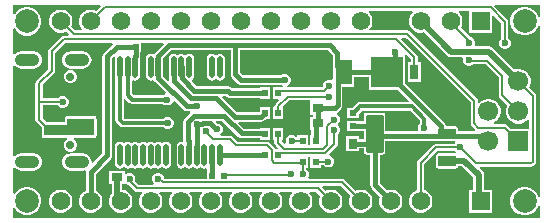
<source format=gbr>
%TF.GenerationSoftware,Altium Limited,Altium Designer,21.4.1 (30)*%
G04 Layer_Physical_Order=2*
G04 Layer_Color=16711680*
%FSLAX45Y45*%
%MOMM*%
%TF.SameCoordinates,CCA80653-F6CA-46C6-945C-E97865854BA3*%
%TF.FilePolarity,Positive*%
%TF.FileFunction,Copper,L2,Bot,Signal*%
%TF.Part,Single*%
G01*
G75*
%TA.AperFunction,SMDPad,CuDef*%
%ADD20R,0.50000X0.60000*%
%TA.AperFunction,Conductor*%
%ADD21C,0.20000*%
%ADD22C,0.40000*%
%ADD23C,0.30000*%
%TA.AperFunction,ComponentPad*%
%ADD24C,0.70000*%
%ADD25O,2.10000X1.05000*%
%ADD26C,2.00000*%
%ADD27R,1.57000X1.57000*%
%ADD28C,1.57000*%
%ADD29C,1.70000*%
%ADD30R,1.70000X1.70000*%
%TA.AperFunction,ViaPad*%
%ADD31C,0.60000*%
%TA.AperFunction,SMDPad,CuDef*%
%ADD32R,0.90000X0.70000*%
%ADD33R,1.42000X2.13000*%
%ADD34R,0.76200X1.27000*%
%ADD35R,2.67000X2.54000*%
%ADD36R,0.50000X0.50000*%
%ADD37R,2.13000X1.42000*%
%ADD38R,0.50000X0.50000*%
%ADD39O,0.45000X1.85000*%
%ADD40R,0.60000X0.50000*%
%ADD41R,0.70000X0.90000*%
G04:AMPARAMS|DCode=42|XSize=3.15mm|YSize=1.45mm|CornerRadius=0.05075mm|HoleSize=0mm|Usage=FLASHONLY|Rotation=90.000|XOffset=0mm|YOffset=0mm|HoleType=Round|Shape=RoundedRectangle|*
%AMROUNDEDRECTD42*
21,1,3.15000,1.34850,0,0,90.0*
21,1,3.04850,1.45000,0,0,90.0*
1,1,0.10150,0.67425,1.52425*
1,1,0.10150,0.67425,-1.52425*
1,1,0.10150,-0.67425,-1.52425*
1,1,0.10150,-0.67425,1.52425*
%
%ADD42ROUNDEDRECTD42*%
G04:AMPARAMS|DCode=43|XSize=0.9mm|YSize=1.45mm|CornerRadius=0.0495mm|HoleSize=0mm|Usage=FLASHONLY|Rotation=90.000|XOffset=0mm|YOffset=0mm|HoleType=Round|Shape=RoundedRectangle|*
%AMROUNDEDRECTD43*
21,1,0.90000,1.35100,0,0,90.0*
21,1,0.80100,1.45000,0,0,90.0*
1,1,0.09900,0.67550,0.40050*
1,1,0.09900,0.67550,-0.40050*
1,1,0.09900,-0.67550,-0.40050*
1,1,0.09900,-0.67550,0.40050*
%
%ADD43ROUNDEDRECTD43*%
%TA.AperFunction,Conductor*%
%ADD44C,0.50000*%
G36*
X4054801Y1562741D02*
X4042101Y1561069D01*
X4039622Y1570318D01*
X4023824Y1597682D01*
X4001482Y1620024D01*
X3974119Y1635822D01*
X3943598Y1644000D01*
X3912002D01*
X3881482Y1635822D01*
X3854118Y1620024D01*
X3831776Y1597682D01*
X3815978Y1570318D01*
X3807800Y1539798D01*
Y1508202D01*
X3815978Y1477682D01*
X3831776Y1450318D01*
X3854118Y1427976D01*
X3881482Y1412178D01*
X3912002Y1404000D01*
X3943598D01*
X3974119Y1412178D01*
X4001482Y1427976D01*
X4023824Y1450318D01*
X4039622Y1477682D01*
X4042101Y1486931D01*
X4054801Y1485259D01*
Y38741D01*
X4042101Y37069D01*
X4039622Y46318D01*
X4023824Y73682D01*
X4001482Y96024D01*
X3974119Y111822D01*
X3943598Y120000D01*
X3912002D01*
X3881482Y111822D01*
X3854118Y96024D01*
X3831776Y73682D01*
X3815978Y46318D01*
X3807800Y15798D01*
Y-15798D01*
X3815978Y-46318D01*
X3831776Y-73682D01*
X3854118Y-96024D01*
X3881482Y-111822D01*
X3912002Y-120000D01*
X3943598D01*
X3974119Y-111822D01*
X4001482Y-96024D01*
X4023824Y-73682D01*
X4039622Y-46318D01*
X4042101Y-37069D01*
X4054801Y-38741D01*
Y-139702D01*
X-402899D01*
Y-60927D01*
X-390199Y-57524D01*
X-382023Y-71685D01*
X-359681Y-94027D01*
X-332317Y-109826D01*
X-301797Y-118004D01*
X-270201D01*
X-239680Y-109826D01*
X-212317Y-94027D01*
X-189975Y-71685D01*
X-174177Y-44322D01*
X-165999Y-13802D01*
Y17795D01*
X-174177Y48315D01*
X-189975Y75678D01*
X-212317Y98020D01*
X-239680Y113819D01*
X-270201Y121996D01*
X-301797D01*
X-332317Y113819D01*
X-359681Y98020D01*
X-382023Y75678D01*
X-390199Y61517D01*
X-402899Y64920D01*
Y280167D01*
X-390199Y284478D01*
X-386971Y280270D01*
X-371826Y268649D01*
X-354189Y261344D01*
X-335263Y258852D01*
X-230263D01*
X-211337Y261344D01*
X-193700Y268649D01*
X-178555Y280270D01*
X-166934Y295415D01*
X-159629Y313052D01*
X-157137Y331978D01*
X-159629Y350904D01*
X-166934Y368541D01*
X-178555Y383686D01*
X-193700Y395307D01*
X-211337Y402612D01*
X-230263Y405104D01*
X-335263D01*
X-354189Y402612D01*
X-371826Y395307D01*
X-386971Y383686D01*
X-390199Y379478D01*
X-402899Y383789D01*
Y1144168D01*
X-390199Y1148479D01*
X-386971Y1144272D01*
X-371826Y1132651D01*
X-354189Y1125345D01*
X-335263Y1122854D01*
X-230263D01*
X-211337Y1125345D01*
X-193700Y1132651D01*
X-178555Y1144272D01*
X-166934Y1159417D01*
X-159629Y1177053D01*
X-157137Y1195979D01*
X-159629Y1214906D01*
X-166934Y1232542D01*
X-178555Y1247687D01*
X-193700Y1259308D01*
X-211337Y1266613D01*
X-230263Y1269105D01*
X-335263D01*
X-354189Y1266613D01*
X-371826Y1259308D01*
X-386971Y1247687D01*
X-390199Y1243479D01*
X-402899Y1247790D01*
Y1459075D01*
X-390199Y1462478D01*
X-382023Y1448317D01*
X-359681Y1425975D01*
X-332317Y1410176D01*
X-301797Y1401998D01*
X-270201D01*
X-239680Y1410176D01*
X-212317Y1425975D01*
X-189975Y1448317D01*
X-174177Y1475680D01*
X-165999Y1506200D01*
Y1537797D01*
X-174177Y1568317D01*
X-189975Y1595680D01*
X-212317Y1618022D01*
X-239680Y1633821D01*
X-270201Y1641998D01*
X-301797D01*
X-332317Y1633821D01*
X-359681Y1618022D01*
X-382023Y1595680D01*
X-390199Y1581519D01*
X-402899Y1584922D01*
Y1663698D01*
X332458D01*
X337719Y1650998D01*
X337472Y1650752D01*
X337428Y1650685D01*
X298683Y1611940D01*
X292019Y1615787D01*
X266968Y1622500D01*
X241032D01*
X215981Y1615787D01*
X193520Y1602820D01*
X175180Y1584480D01*
X162213Y1562019D01*
X155500Y1536968D01*
Y1511032D01*
X162213Y1485981D01*
X175180Y1463520D01*
X180879Y1457821D01*
X176019Y1446088D01*
X121170D01*
X87940Y1479317D01*
X91787Y1485981D01*
X98500Y1511032D01*
Y1536968D01*
X91787Y1562019D01*
X78820Y1584480D01*
X60480Y1602820D01*
X38019Y1615787D01*
X12968Y1622500D01*
X-12968D01*
X-38019Y1615787D01*
X-60480Y1602820D01*
X-78820Y1584480D01*
X-91787Y1562019D01*
X-98500Y1536968D01*
Y1511032D01*
X-91787Y1485981D01*
X-78820Y1463520D01*
X-60480Y1445180D01*
X-38019Y1432213D01*
X-12968Y1425500D01*
X12968D01*
X38019Y1432213D01*
X44683Y1436060D01*
X66425Y1414317D01*
X61565Y1402584D01*
X24219D01*
X12513Y1400256D01*
X2590Y1393625D01*
X-99408Y1291627D01*
X-106038Y1281704D01*
X-108367Y1269998D01*
X-108367Y1269997D01*
Y1117568D01*
X-206088Y1019847D01*
X-212718Y1009924D01*
X-215047Y998218D01*
X-215047Y998217D01*
Y840738D01*
Y690459D01*
X-215047Y690458D01*
X-212718Y678752D01*
X-206088Y668829D01*
X-161671Y624412D01*
Y556258D01*
X-160119Y548455D01*
X-155698Y541839D01*
X-149083Y537419D01*
X-141279Y535867D01*
X52325D01*
X54851Y523167D01*
X51085Y521607D01*
X35614Y506135D01*
X27240Y485920D01*
Y464040D01*
X35614Y443825D01*
X51085Y428353D01*
X71300Y419980D01*
X93180D01*
X113395Y428353D01*
X128867Y443825D01*
X137240Y464040D01*
Y485920D01*
X128867Y506135D01*
X113395Y521607D01*
X109629Y523167D01*
X112155Y535867D01*
X282901D01*
X283567Y535999D01*
X300500D01*
Y546598D01*
X301741Y548455D01*
X303293Y556258D01*
Y698498D01*
X301741Y706302D01*
X300500Y708159D01*
Y717999D01*
X287383D01*
X282901Y718890D01*
X54301D01*
X49819Y717999D01*
X47500D01*
Y717538D01*
X46497Y717338D01*
X39882Y712918D01*
X35461Y706302D01*
X33909Y698498D01*
Y668090D01*
X-118834D01*
X-153871Y703128D01*
Y810151D01*
X-23922D01*
X-12122Y798350D01*
X6255Y790739D01*
X26147D01*
X44524Y798350D01*
X58589Y812416D01*
X66201Y830793D01*
Y850684D01*
X58589Y869061D01*
X44524Y883127D01*
X26147Y890738D01*
X6255D01*
X-12122Y883127D01*
X-23922Y871326D01*
X-153871D01*
Y985548D01*
X-56151Y1083269D01*
X-56150Y1083270D01*
X-49520Y1093193D01*
X-47191Y1104898D01*
X-47191Y1104900D01*
Y1257328D01*
X36889Y1341409D01*
X433614D01*
X438874Y1328709D01*
X364553Y1254387D01*
X355712Y1241156D01*
X352607Y1225549D01*
X352608Y1225547D01*
Y403650D01*
X272574Y323617D01*
X260546Y329549D01*
X260865Y331978D01*
X258374Y350904D01*
X251068Y368541D01*
X239447Y383686D01*
X224303Y395307D01*
X206666Y402612D01*
X187740Y405104D01*
X82740D01*
X63813Y402612D01*
X46177Y395307D01*
X31032Y383686D01*
X19411Y368541D01*
X12106Y350904D01*
X9614Y331978D01*
X12106Y313052D01*
X19411Y295415D01*
X31032Y280270D01*
X46177Y268649D01*
X63813Y261344D01*
X82740Y258852D01*
X187740D01*
X202951Y260855D01*
X211368Y254300D01*
X213855Y250575D01*
X213216Y247366D01*
X213216Y247365D01*
Y90191D01*
X193520Y78820D01*
X175180Y60480D01*
X162213Y38019D01*
X155500Y12968D01*
Y-12968D01*
X162213Y-38019D01*
X175180Y-60480D01*
X193520Y-78820D01*
X215981Y-91787D01*
X241032Y-98500D01*
X266968D01*
X292019Y-91787D01*
X314480Y-78820D01*
X332820Y-60480D01*
X345787Y-38019D01*
X352500Y-12968D01*
Y12968D01*
X345787Y38019D01*
X332820Y60480D01*
X314480Y78820D01*
X294784Y90191D01*
Y230473D01*
X422229Y357919D01*
X422230Y357919D01*
X431070Y371150D01*
X434175Y386757D01*
X434175Y386759D01*
Y1208655D01*
X448996Y1223477D01*
X460700Y1217221D01*
X458170Y1204501D01*
Y1064501D01*
X461469Y1047918D01*
X463115Y1045454D01*
Y685798D01*
X465832Y672142D01*
X473567Y660565D01*
X498967Y635165D01*
X510545Y627429D01*
X524201Y624713D01*
X870176D01*
X876878Y618010D01*
X895255Y610399D01*
X915147D01*
X933524Y618010D01*
X947589Y632076D01*
X955201Y650453D01*
Y670344D01*
X947589Y688721D01*
X933524Y702787D01*
X915147Y710398D01*
X895255D01*
X876878Y702787D01*
X870176Y696084D01*
X538982D01*
X534487Y700580D01*
Y861085D01*
X547187Y866345D01*
X578468Y835064D01*
X590046Y827328D01*
X603702Y824612D01*
X866875D01*
X873577Y817909D01*
X891954Y810297D01*
X911845D01*
X930222Y817909D01*
X944288Y831974D01*
X948890Y843085D01*
X963633Y846303D01*
X1036135Y773801D01*
X1036136Y773800D01*
X1049367Y764959D01*
X1064974Y761855D01*
X1091767D01*
X1095338Y755300D01*
X1096366Y749155D01*
X1050102Y702891D01*
X1041261Y689660D01*
X1038156Y674052D01*
X1038156Y674051D01*
Y515667D01*
X1038156Y515666D01*
X1038819Y512336D01*
X1028018Y501535D01*
X1021502Y502831D01*
X1004919Y499533D01*
X990861Y490139D01*
X981468Y476082D01*
X978169Y459499D01*
Y319499D01*
X981468Y302916D01*
X990861Y288858D01*
X1004919Y279465D01*
X1021502Y276166D01*
X1038084Y279465D01*
X1052142Y288858D01*
X1055860D01*
X1069918Y279465D01*
X1086500Y276166D01*
X1103083Y279465D01*
X1117141Y288858D01*
X1120859D01*
X1134916Y279465D01*
X1151499Y276166D01*
X1168081Y279465D01*
X1182139Y288858D01*
X1185862D01*
X1199920Y279465D01*
X1216503Y276166D01*
X1227829Y278419D01*
X1240530Y270327D01*
Y258360D01*
X1236120D01*
Y188948D01*
X877013D01*
X871381Y194580D01*
Y200444D01*
X863769Y218821D01*
X849704Y232887D01*
X831327Y240498D01*
X811435D01*
X793058Y232887D01*
X778993Y218821D01*
X771381Y200444D01*
Y180553D01*
X778993Y162176D01*
X789381Y151788D01*
X784181Y139088D01*
X661385D01*
X630389Y170084D01*
X632621Y175473D01*
Y195364D01*
X625009Y213741D01*
X610944Y227807D01*
X592567Y235418D01*
X572675D01*
X554298Y227807D01*
X553131Y226640D01*
X541398Y231500D01*
Y258198D01*
X411398D01*
Y148199D01*
X430517D01*
Y63262D01*
X430756Y62056D01*
X429180Y60480D01*
X416213Y38019D01*
X409500Y12968D01*
Y-12968D01*
X416213Y-38019D01*
X429180Y-60480D01*
X447520Y-78820D01*
X469981Y-91787D01*
X495032Y-98500D01*
X520968D01*
X546019Y-91787D01*
X568480Y-78820D01*
X586820Y-60480D01*
X599787Y-38019D01*
X606500Y-12968D01*
Y12968D01*
X599787Y38019D01*
X586820Y60480D01*
X568480Y78820D01*
X546019Y91787D01*
X522280Y98148D01*
Y148199D01*
X541397D01*
X541398Y148198D01*
Y148198D01*
X552870Y144459D01*
X554298Y143030D01*
X572675Y135419D01*
X578539D01*
X627086Y86872D01*
X627087Y86871D01*
X637010Y80241D01*
X648715Y77912D01*
X648717Y77912D01*
X684019D01*
X688879Y66179D01*
X683180Y60480D01*
X670213Y38019D01*
X663500Y12968D01*
Y-12968D01*
X670213Y-38019D01*
X683180Y-60480D01*
X701520Y-78820D01*
X723981Y-91787D01*
X749032Y-98500D01*
X774968D01*
X800019Y-91787D01*
X822480Y-78820D01*
X840820Y-60480D01*
X853787Y-38019D01*
X860500Y-12968D01*
Y12968D01*
X853787Y38019D01*
X840820Y60480D01*
X835121Y66179D01*
X839981Y77912D01*
X938019D01*
X942879Y66179D01*
X937180Y60480D01*
X924213Y38019D01*
X917500Y12968D01*
Y-12968D01*
X924213Y-38019D01*
X937180Y-60480D01*
X955520Y-78820D01*
X977981Y-91787D01*
X1003032Y-98500D01*
X1028968D01*
X1054019Y-91787D01*
X1076480Y-78820D01*
X1094820Y-60480D01*
X1107787Y-38019D01*
X1114500Y-12968D01*
Y12968D01*
X1107787Y38019D01*
X1094820Y60480D01*
X1089121Y66179D01*
X1093981Y77912D01*
X1192019D01*
X1196879Y66179D01*
X1191180Y60480D01*
X1178213Y38019D01*
X1171500Y12968D01*
Y-12968D01*
X1178213Y-38019D01*
X1191180Y-60480D01*
X1209520Y-78820D01*
X1231981Y-91787D01*
X1257032Y-98500D01*
X1282968D01*
X1308019Y-91787D01*
X1330480Y-78820D01*
X1348820Y-60480D01*
X1361787Y-38019D01*
X1368500Y-12968D01*
Y12968D01*
X1361787Y38019D01*
X1348820Y60480D01*
X1343121Y66179D01*
X1347981Y77912D01*
X1446019D01*
X1450879Y66179D01*
X1445180Y60480D01*
X1432213Y38019D01*
X1425500Y12968D01*
Y-12968D01*
X1432213Y-38019D01*
X1445180Y-60480D01*
X1463520Y-78820D01*
X1485981Y-91787D01*
X1511032Y-98500D01*
X1536968D01*
X1562019Y-91787D01*
X1584480Y-78820D01*
X1602820Y-60480D01*
X1615787Y-38019D01*
X1622500Y-12968D01*
Y12968D01*
X1615787Y38019D01*
X1602820Y60480D01*
X1597121Y66179D01*
X1601981Y77912D01*
X1700019D01*
X1704879Y66179D01*
X1699180Y60480D01*
X1686213Y38019D01*
X1679500Y12968D01*
Y-12968D01*
X1686213Y-38019D01*
X1699180Y-60480D01*
X1717520Y-78820D01*
X1739981Y-91787D01*
X1765032Y-98500D01*
X1790968D01*
X1816019Y-91787D01*
X1838480Y-78820D01*
X1856820Y-60480D01*
X1869787Y-38019D01*
X1876500Y-12968D01*
Y12968D01*
X1869787Y38019D01*
X1856820Y60480D01*
X1851121Y66179D01*
X1855981Y77912D01*
X1954019D01*
X1958879Y66179D01*
X1953180Y60480D01*
X1940213Y38019D01*
X1933500Y12968D01*
Y-12968D01*
X1940213Y-38019D01*
X1953180Y-60480D01*
X1971520Y-78820D01*
X1993981Y-91787D01*
X2019032Y-98500D01*
X2044968D01*
X2070019Y-91787D01*
X2092480Y-78820D01*
X2110820Y-60480D01*
X2123787Y-38019D01*
X2130500Y-12968D01*
Y12968D01*
X2123787Y38019D01*
X2110820Y60480D01*
X2105121Y66179D01*
X2109981Y77912D01*
X2164830D01*
X2198060Y44683D01*
X2194213Y38019D01*
X2187500Y12968D01*
Y-12968D01*
X2194213Y-38019D01*
X2207180Y-60480D01*
X2225520Y-78820D01*
X2247981Y-91787D01*
X2273032Y-98500D01*
X2298968D01*
X2324019Y-91787D01*
X2346480Y-78820D01*
X2364820Y-60480D01*
X2377787Y-38019D01*
X2384500Y-12968D01*
Y12968D01*
X2377787Y38019D01*
X2364820Y60480D01*
X2346480Y78820D01*
X2324019Y91787D01*
X2298968Y98500D01*
X2273032D01*
X2247981Y91787D01*
X2241317Y87940D01*
X2213219Y116039D01*
X2218079Y127772D01*
X2368970D01*
X2452060Y44683D01*
X2448213Y38019D01*
X2441500Y12968D01*
Y-12968D01*
X2448213Y-38019D01*
X2461180Y-60480D01*
X2479520Y-78820D01*
X2501981Y-91787D01*
X2527032Y-98500D01*
X2552968D01*
X2578019Y-91787D01*
X2600480Y-78820D01*
X2618820Y-60480D01*
X2631787Y-38019D01*
X2638500Y-12968D01*
Y12968D01*
X2631787Y38019D01*
X2618820Y60480D01*
X2600480Y78820D01*
X2578019Y91787D01*
X2552968Y98500D01*
X2527032D01*
X2501981Y91787D01*
X2495317Y87940D01*
X2403269Y179989D01*
X2393345Y186619D01*
X2381640Y188948D01*
X2381639Y188948D01*
X2100935D01*
X2094749Y201648D01*
X2100741Y216113D01*
Y236004D01*
X2093129Y254381D01*
X2080059Y267452D01*
Y280199D01*
X2093201D01*
Y373911D01*
X2113203D01*
Y280199D01*
X2203203D01*
Y304691D01*
X2226518D01*
X2238318Y292890D01*
X2256695Y285279D01*
X2276587D01*
X2294964Y292890D01*
X2309029Y306956D01*
X2316641Y325333D01*
Y345224D01*
X2309029Y363601D01*
X2294964Y377667D01*
X2278638Y384429D01*
X2273260Y397012D01*
X2339070Y462821D01*
X2345700Y472745D01*
X2348029Y484450D01*
X2348029Y484451D01*
Y564395D01*
X2359829Y576196D01*
X2367441Y594573D01*
Y614464D01*
X2359829Y632841D01*
X2351080Y641590D01*
X2349562Y658033D01*
X2354085Y662556D01*
X2361697Y680933D01*
Y700824D01*
X2354085Y719201D01*
X2340020Y733267D01*
X2336731Y734629D01*
X2336095Y737117D01*
X2335197Y749719D01*
X2348428Y758560D01*
X2372179Y782312D01*
X2372180Y782312D01*
X2381021Y795543D01*
X2384125Y811151D01*
Y963160D01*
X2485021D01*
Y1051416D01*
X2605900D01*
Y945200D01*
X2855223D01*
X2950366Y850057D01*
X2945506Y838324D01*
X2534640D01*
X2520984Y835608D01*
X2509407Y827872D01*
X2473533Y791999D01*
X2424001D01*
Y701999D01*
X2524001D01*
Y741531D01*
X2549422Y766953D01*
X2956399D01*
X3038675Y684676D01*
Y657324D01*
X3031973Y650621D01*
X3024361Y632244D01*
Y612353D01*
X3027083Y605782D01*
X3018596Y593082D01*
X2749491D01*
Y724423D01*
X2747545Y734207D01*
X2742003Y742501D01*
X2733709Y748043D01*
X2723925Y749989D01*
X2589075D01*
X2579291Y748043D01*
X2570997Y742501D01*
X2565455Y734207D01*
X2563508Y724423D01*
Y677780D01*
X2524001D01*
Y681996D01*
X2424001D01*
Y591997D01*
X2524001D01*
Y596213D01*
X2563508D01*
Y527783D01*
X2529001D01*
Y551999D01*
X2419001D01*
Y421999D01*
X2529001D01*
Y446216D01*
X2563508D01*
Y419573D01*
X2565455Y409789D01*
X2570997Y401495D01*
X2579291Y395953D01*
X2589075Y394007D01*
X2619557D01*
Y133660D01*
X2619557Y133659D01*
X2622662Y118052D01*
X2631502Y104821D01*
X2701387Y34937D01*
X2695500Y12968D01*
Y-12968D01*
X2702213Y-38019D01*
X2715180Y-60480D01*
X2733520Y-78820D01*
X2755981Y-91787D01*
X2781032Y-98500D01*
X2806968D01*
X2832019Y-91787D01*
X2854480Y-78820D01*
X2872820Y-60480D01*
X2885787Y-38019D01*
X2892500Y-12968D01*
Y12968D01*
X2885787Y38019D01*
X2872820Y60480D01*
X2854480Y78820D01*
X2832019Y91787D01*
X2806968Y98500D01*
X2781032D01*
X2759063Y92613D01*
X2701124Y150552D01*
Y394007D01*
X2723925D01*
X2733709Y395953D01*
X2742003Y401495D01*
X2747545Y409789D01*
X2749491Y419573D01*
Y511515D01*
X3189621D01*
X3194215Y508446D01*
X3203950Y506509D01*
X3335422D01*
X3340733Y497439D01*
X3341356Y494087D01*
X3336527Y487786D01*
X3178502D01*
X3178501Y487786D01*
X3166796Y485458D01*
X3156872Y478827D01*
X3026371Y348326D01*
X3019741Y338403D01*
X3017412Y326698D01*
X3017412Y326696D01*
Y93779D01*
X3009981Y91787D01*
X2987520Y78820D01*
X2969180Y60480D01*
X2956213Y38019D01*
X2949500Y12968D01*
Y-12968D01*
X2956213Y-38019D01*
X2969180Y-60480D01*
X2987520Y-78820D01*
X3009981Y-91787D01*
X3035032Y-98500D01*
X3060968D01*
X3086019Y-91787D01*
X3108480Y-78820D01*
X3126820Y-60480D01*
X3139787Y-38019D01*
X3146500Y-12968D01*
Y12968D01*
X3139787Y38019D01*
X3126820Y60480D01*
X3108480Y78820D01*
X3086019Y91787D01*
X3078588Y93779D01*
Y314028D01*
X3191171Y426611D01*
X3337630D01*
X3343224Y419485D01*
X3340626Y412018D01*
X3337740Y407489D01*
X3203950D01*
X3194215Y405553D01*
X3185962Y400039D01*
X3180448Y391786D01*
X3178511Y382051D01*
Y301951D01*
X3180448Y292216D01*
X3185962Y283963D01*
X3194215Y278449D01*
X3203950Y276512D01*
X3339050D01*
X3348785Y278449D01*
X3357037Y283963D01*
X3362552Y292216D01*
X3363328Y296119D01*
X3397572D01*
X3493299Y200392D01*
Y98500D01*
X3457500D01*
Y-98500D01*
X3654500D01*
Y98500D01*
X3585062D01*
Y219397D01*
X3581570Y236955D01*
X3571624Y251840D01*
X3543207Y280258D01*
X3548067Y291991D01*
X3984664D01*
X3984665Y291991D01*
X3996370Y294319D01*
X4006294Y300950D01*
X4018009Y312665D01*
X4018010Y312665D01*
X4024640Y322589D01*
X4026969Y334294D01*
X4026969Y334295D01*
Y894077D01*
X4026969Y894078D01*
X4024640Y905784D01*
X4018010Y915707D01*
X4018009Y915708D01*
X3967159Y966558D01*
X3972305Y975470D01*
X3979461Y1002175D01*
Y1029822D01*
X3972305Y1056527D01*
X3958482Y1080470D01*
X3938932Y1100019D01*
X3914989Y1113843D01*
X3888284Y1120998D01*
X3860637D01*
X3839903Y1115443D01*
X3656784Y1298562D01*
X3641899Y1308508D01*
X3624341Y1312000D01*
X3516246D01*
X3507760Y1324700D01*
X3510441Y1331173D01*
Y1351064D01*
X3502829Y1369441D01*
X3488764Y1383507D01*
X3470387Y1391118D01*
X3464522D01*
X3384956Y1470685D01*
X3393787Y1485981D01*
X3400500Y1511032D01*
Y1536968D01*
X3393787Y1562019D01*
X3380820Y1584480D01*
X3367749Y1597551D01*
X3373010Y1610251D01*
X3457500D01*
Y1425500D01*
X3654500D01*
Y1565075D01*
X3666233Y1569935D01*
X3729573Y1506595D01*
Y1376162D01*
X3717773Y1364361D01*
X3710161Y1345984D01*
Y1326093D01*
X3717773Y1307716D01*
X3731838Y1293650D01*
X3750215Y1286039D01*
X3770107D01*
X3788484Y1293650D01*
X3802549Y1307716D01*
X3810161Y1326093D01*
Y1345984D01*
X3802549Y1364361D01*
X3790749Y1376162D01*
Y1519265D01*
X3788420Y1530971D01*
X3781790Y1540894D01*
X3671685Y1650998D01*
X3676946Y1663698D01*
X4054801D01*
Y1562741D01*
D02*
G37*
G36*
X870609Y1329675D02*
X798619Y1257686D01*
X793262Y1249668D01*
X778657Y1244729D01*
X776893Y1244772D01*
X761502Y1247834D01*
X744920Y1244535D01*
X730862Y1235142D01*
X721468Y1221084D01*
X718170Y1204501D01*
Y1064501D01*
X721468Y1047918D01*
X730862Y1033861D01*
X744920Y1024467D01*
X761502Y1021169D01*
X776893Y1024230D01*
X778657Y1024274D01*
X793262Y1019334D01*
X798619Y1011317D01*
X887905Y922031D01*
X884688Y907287D01*
X873577Y902685D01*
X866875Y895983D01*
X618484D01*
X602187Y912280D01*
Y1019502D01*
X613388Y1025489D01*
X614917Y1024467D01*
X631500Y1021169D01*
X648083Y1024467D01*
X662140Y1033861D01*
X671534Y1047918D01*
X674832Y1064501D01*
Y1204501D01*
X673240Y1212507D01*
Y1221728D01*
X675006Y1230608D01*
Y1263100D01*
X679223D01*
Y1341409D01*
X865748D01*
X870609Y1329675D01*
D02*
G37*
G36*
X2302237Y1237685D02*
Y1140661D01*
X2302237Y1140660D01*
X2303021Y1136719D01*
Y1041310D01*
X2302558Y1038981D01*
X2302558Y1038979D01*
Y1033269D01*
X2289858Y1024783D01*
X2283288Y1027504D01*
X2263396D01*
X2245019Y1019893D01*
X2230954Y1005827D01*
X2223342Y987450D01*
Y970762D01*
X2217566Y964986D01*
X1914131D01*
X1911605Y977686D01*
X1923562Y982639D01*
X1937627Y996704D01*
X1945239Y1015081D01*
Y1034973D01*
X1937627Y1053350D01*
X1923562Y1067415D01*
X1905185Y1075027D01*
X1885294D01*
X1866917Y1067415D01*
X1865312Y1065810D01*
X1546137D01*
X1520064Y1091883D01*
Y1281213D01*
X2258710D01*
X2302237Y1237685D01*
D02*
G37*
G36*
X3470493Y835688D02*
Y657860D01*
X3470493Y657858D01*
X3472822Y646153D01*
X3479452Y636230D01*
X3508480Y607202D01*
X3503219Y594502D01*
X3364488D01*
Y612048D01*
X3362552Y621783D01*
X3357037Y630036D01*
X3348785Y635550D01*
X3339050Y637486D01*
X3259783D01*
Y639101D01*
X3256679Y654708D01*
X3247838Y667939D01*
X3247837Y667939D01*
X2912900Y1002877D01*
Y1238161D01*
X2922615Y1246407D01*
X2963915Y1205107D01*
Y1175700D01*
X2936403D01*
Y1008700D01*
X3052602D01*
Y1175700D01*
X3025090D01*
Y1217777D01*
X3022762Y1229482D01*
X3016131Y1239406D01*
X2882358Y1373179D01*
X2887218Y1384912D01*
X2921269D01*
X3470493Y835688D01*
D02*
G37*
G36*
X1438497Y1074991D02*
X1438497Y1074990D01*
X1441602Y1059383D01*
X1450442Y1046152D01*
X1500405Y996189D01*
X1513637Y987348D01*
X1529244Y984243D01*
X1529245Y984243D01*
X1865312D01*
X1866917Y982639D01*
X1878874Y977686D01*
X1876348Y964986D01*
X1854921D01*
X1851966Y964398D01*
X1794921D01*
Y864399D01*
X1841830D01*
X1846690Y852665D01*
X1818292Y824267D01*
X1811662Y814344D01*
X1809333Y802639D01*
X1800847Y794218D01*
X1794921D01*
Y694219D01*
X1884921D01*
Y794218D01*
X1884921D01*
X1881944Y801404D01*
X1933871Y853331D01*
X2108931D01*
X2113198Y842398D01*
X2113198D01*
Y732399D01*
X2137415D01*
Y715398D01*
X2113198D01*
Y605399D01*
X2117420D01*
Y557998D01*
X2113203D01*
Y475086D01*
X2093201D01*
Y557998D01*
X2036157D01*
X2033201Y558586D01*
X2030245Y557998D01*
X2003201D01*
Y552770D01*
X1990501Y547509D01*
X1982544Y555467D01*
X1964167Y563078D01*
X1944275D01*
X1925898Y555467D01*
X1911833Y541401D01*
X1904221Y523024D01*
Y503133D01*
X1906698Y497152D01*
X1898964Y482807D01*
X1894041Y481896D01*
X1870509Y505429D01*
Y521499D01*
X1884921D01*
Y621498D01*
X1794921D01*
Y521499D01*
X1809333D01*
Y492760D01*
X1809333Y492759D01*
X1811662Y481053D01*
X1818292Y471130D01*
X1836530Y452892D01*
X1831670Y441158D01*
X1814000D01*
X1813178Y445290D01*
X1806547Y455213D01*
X1806547Y455214D01*
X1767693Y494067D01*
X1757770Y500698D01*
X1746065Y503026D01*
X1746063Y503026D01*
X1496991D01*
X1455150Y544867D01*
X1445226Y551498D01*
X1433521Y553826D01*
X1433520Y553826D01*
X1355833D01*
X1353753Y557749D01*
X1351939Y566526D01*
X1364149Y578736D01*
X1371761Y597113D01*
Y617004D01*
X1364149Y635381D01*
X1350084Y649447D01*
X1331707Y657058D01*
X1324026D01*
X1311783Y669301D01*
X1316643Y681035D01*
X1365368D01*
X1502002Y544401D01*
X1502003Y544400D01*
X1515234Y535559D01*
X1530841Y532455D01*
X1684919D01*
Y521499D01*
X1774918D01*
Y621498D01*
X1684919D01*
Y614022D01*
X1547734D01*
X1501954Y659802D01*
X1506814Y671535D01*
X1698017D01*
X1698019Y671535D01*
X1713626Y674639D01*
X1726857Y683480D01*
X1737595Y694219D01*
X1774918D01*
Y794218D01*
X1684919D01*
Y756895D01*
X1681126Y753102D01*
X1493506D01*
X1366487Y880121D01*
X1371348Y891855D01*
X1401434D01*
X1407728Y885561D01*
X1407728Y885560D01*
X1420960Y876719D01*
X1436567Y873615D01*
X1436568Y873615D01*
X1684919D01*
Y864399D01*
X1774918D01*
Y964398D01*
X1684919D01*
Y955182D01*
X1453460D01*
X1447166Y961477D01*
X1433934Y970317D01*
X1418327Y973422D01*
X1418326Y973422D01*
X1146868D01*
X1107006Y1013284D01*
X1109497Y1028753D01*
X1117141Y1033861D01*
X1126534Y1047918D01*
X1129833Y1064501D01*
Y1204501D01*
X1126534Y1221084D01*
X1117141Y1235142D01*
X1103083Y1244535D01*
X1086500Y1247834D01*
X1069918Y1244535D01*
X1063849Y1240480D01*
X1054001Y1235990D01*
X1044153Y1240480D01*
X1038084Y1244535D01*
X1021502Y1247834D01*
X1004919Y1244535D01*
X998851Y1240480D01*
X989002Y1235990D01*
X979154Y1240480D01*
X973086Y1244535D01*
X956503Y1247834D01*
X939920Y1244535D01*
X925863Y1235142D01*
X916469Y1221084D01*
X913171Y1204501D01*
Y1064501D01*
X916469Y1047918D01*
X916676Y1047609D01*
Y1026574D01*
X903976Y1021313D01*
X868333Y1056957D01*
X869833Y1064501D01*
Y1204501D01*
X868333Y1212046D01*
X937500Y1281213D01*
X1438497D01*
Y1074991D01*
D02*
G37*
G36*
X2982251Y1597551D02*
X2969180Y1584480D01*
X2956213Y1562019D01*
X2949500Y1536968D01*
Y1511032D01*
X2956213Y1485981D01*
X2969180Y1463520D01*
X2987520Y1445180D01*
X3009981Y1432213D01*
X3035032Y1425500D01*
X3060968D01*
X3077251Y1429863D01*
X3273438Y1233675D01*
X3288323Y1223730D01*
X3305881Y1220237D01*
X3399556D01*
X3408042Y1207537D01*
X3405361Y1201064D01*
Y1181173D01*
X3412973Y1162796D01*
X3427038Y1148731D01*
X3445415Y1141119D01*
X3465307D01*
X3483684Y1148731D01*
X3492099Y1157147D01*
X3598690D01*
X3709253Y1046583D01*
Y896620D01*
X3709253Y896618D01*
X3711582Y884913D01*
X3718212Y874990D01*
X3781762Y811439D01*
X3776617Y802527D01*
X3769461Y775822D01*
Y748175D01*
X3776617Y721470D01*
X3790440Y697527D01*
X3809990Y677978D01*
X3833932Y664154D01*
X3860637Y656999D01*
X3888284D01*
X3914989Y664154D01*
X3938932Y677978D01*
X3953093Y692139D01*
X3965793Y686878D01*
Y612998D01*
X3812719D01*
X3781090Y644627D01*
X3771166Y651258D01*
X3759461Y653586D01*
X3759460Y653586D01*
X3668085D01*
X3664682Y666286D01*
X3684932Y677978D01*
X3704482Y697527D01*
X3718305Y721470D01*
X3725461Y748175D01*
Y775822D01*
X3718305Y802527D01*
X3704482Y826470D01*
X3684932Y846019D01*
X3660989Y859843D01*
X3634284Y866998D01*
X3606637D01*
X3579932Y859843D01*
X3555990Y846019D01*
X3544369Y834398D01*
X3531669Y839659D01*
Y848357D01*
X3531669Y848358D01*
X3529340Y860064D01*
X3522710Y869987D01*
X2955568Y1437129D01*
X2945645Y1443759D01*
X2933939Y1446088D01*
X2933938Y1446088D01*
X2617981D01*
X2613121Y1457821D01*
X2618820Y1463520D01*
X2631787Y1485981D01*
X2638500Y1511032D01*
Y1536968D01*
X2631787Y1562019D01*
X2618820Y1584480D01*
X2605749Y1597551D01*
X2611010Y1610251D01*
X2976990D01*
X2982251Y1597551D01*
D02*
G37*
G36*
X282901Y556258D02*
X-141279D01*
Y647698D01*
X54301D01*
Y698498D01*
X282901D01*
Y556258D01*
D02*
G37*
%LPC*%
G36*
X187740Y1269105D02*
X82740D01*
X63813Y1266613D01*
X46177Y1259308D01*
X31032Y1247687D01*
X19411Y1232542D01*
X12106Y1214906D01*
X9614Y1195979D01*
X12106Y1177053D01*
X19411Y1159417D01*
X31032Y1144272D01*
X46177Y1132651D01*
X63813Y1125345D01*
X82740Y1122854D01*
X187740D01*
X206666Y1125345D01*
X224303Y1132651D01*
X239447Y1144272D01*
X251068Y1159417D01*
X258374Y1177053D01*
X260865Y1195979D01*
X258374Y1214906D01*
X251068Y1232542D01*
X239447Y1247687D01*
X224303Y1259308D01*
X206666Y1266613D01*
X187740Y1269105D01*
D02*
G37*
G36*
X93180Y1107977D02*
X71300D01*
X51085Y1099604D01*
X35614Y1084132D01*
X27240Y1063917D01*
Y1042037D01*
X35614Y1021822D01*
X51085Y1006351D01*
X71300Y997977D01*
X93180D01*
X113395Y1006351D01*
X128867Y1021822D01*
X137240Y1042037D01*
Y1063917D01*
X128867Y1084132D01*
X113395Y1099604D01*
X93180Y1107977D01*
D02*
G37*
G36*
X891499Y502831D02*
X874917Y499533D01*
X860859Y490139D01*
X857141D01*
X843083Y499533D01*
X826501Y502831D01*
X809918Y499533D01*
X795860Y490139D01*
X792142D01*
X778085Y499533D01*
X761502Y502831D01*
X744920Y499533D01*
X730862Y490139D01*
X727144D01*
X713086Y499533D01*
X696504Y502831D01*
X679921Y499533D01*
X673849Y495476D01*
X664002Y490988D01*
X654154Y495476D01*
X648083Y499533D01*
X631500Y502831D01*
X614917Y499533D01*
X600860Y490139D01*
X597142D01*
X583084Y499533D01*
X566501Y502831D01*
X549919Y499533D01*
X535861Y490139D01*
X532143D01*
X518085Y499533D01*
X501503Y502831D01*
X484920Y499533D01*
X470862Y490139D01*
X461469Y476082D01*
X458170Y459499D01*
Y319499D01*
X461469Y302916D01*
X470862Y288858D01*
X484920Y279465D01*
X501503Y276166D01*
X518085Y279465D01*
X532143Y288858D01*
X535861D01*
X549919Y279465D01*
X566501Y276166D01*
X583084Y279465D01*
X597142Y288858D01*
X600860D01*
X614917Y279465D01*
X631500Y276166D01*
X648083Y279465D01*
X654154Y283522D01*
X664002Y288010D01*
X673849Y283522D01*
X679921Y279465D01*
X696504Y276166D01*
X713086Y279465D01*
X727144Y288858D01*
X730862D01*
X744920Y279465D01*
X761502Y276166D01*
X778085Y279465D01*
X792142Y288858D01*
X795860D01*
X809918Y279465D01*
X826501Y276166D01*
X843083Y279465D01*
X857141Y288858D01*
X860859D01*
X874917Y279465D01*
X891499Y276166D01*
X908082Y279465D01*
X922140Y288858D01*
X931533Y302916D01*
X934832Y319499D01*
Y459499D01*
X931533Y476082D01*
X922140Y490139D01*
X908082Y499533D01*
X891499Y502831D01*
D02*
G37*
G36*
X12968Y98500D02*
X-12968D01*
X-38019Y91787D01*
X-60480Y78820D01*
X-78820Y60480D01*
X-91787Y38019D01*
X-98500Y12968D01*
Y-12968D01*
X-91787Y-38019D01*
X-78820Y-60480D01*
X-60480Y-78820D01*
X-38019Y-91787D01*
X-12968Y-98500D01*
X12968D01*
X38019Y-91787D01*
X60480Y-78820D01*
X78820Y-60480D01*
X91787Y-38019D01*
X98500Y-12968D01*
Y12968D01*
X91787Y38019D01*
X78820Y60480D01*
X60480Y78820D01*
X38019Y91787D01*
X12968Y98500D01*
D02*
G37*
G36*
X1346500Y1247834D02*
X1329917Y1244535D01*
X1323849Y1240480D01*
X1314000Y1235990D01*
X1304152Y1240480D01*
X1298084Y1244535D01*
X1281501Y1247834D01*
X1264918Y1244535D01*
X1250861Y1235142D01*
X1241467Y1221084D01*
X1238169Y1204501D01*
Y1064501D01*
X1241467Y1047918D01*
X1250861Y1033861D01*
X1264918Y1024467D01*
X1281501Y1021169D01*
X1298084Y1024467D01*
X1312141Y1033861D01*
X1315859D01*
X1329917Y1024467D01*
X1346500Y1021169D01*
X1363082Y1024467D01*
X1377140Y1033861D01*
X1386534Y1047918D01*
X1389832Y1064501D01*
Y1204501D01*
X1386534Y1221084D01*
X1377140Y1235142D01*
X1363082Y1244535D01*
X1346500Y1247834D01*
D02*
G37*
%LPD*%
D20*
X1839921Y571498D02*
D03*
X1729919D02*
D03*
X1839921Y391158D02*
D03*
X1729919D02*
D03*
Y914398D02*
D03*
X1839921D02*
D03*
X1729919Y744218D02*
D03*
X1839921D02*
D03*
X2158203Y507998D02*
D03*
X2048201D02*
D03*
X1588999Y1251996D02*
D03*
X1699001D02*
D03*
X2158203Y330198D02*
D03*
X2048201D02*
D03*
D21*
X24219Y1371996D02*
X2840283D01*
X108500Y1415500D02*
X2933939D01*
X1230321Y584198D02*
Y591818D01*
Y584198D02*
X1291281Y523238D01*
X1746065Y472438D02*
X1784918Y433585D01*
X1484321Y472438D02*
X1746065D01*
X1784918Y348735D02*
X1807185Y326468D01*
X1433521Y523238D02*
X1484321Y472438D01*
X1784918Y348735D02*
Y433585D01*
X1291281Y523238D02*
X1433521D01*
X1807185Y326468D02*
X2049471D01*
Y227328D02*
Y326468D01*
X1387469Y219709D02*
X1942792D01*
X1949141Y226058D01*
X1381120Y213360D02*
X1387469Y219709D01*
X2049471Y227328D02*
X2050741Y226058D01*
X1839921Y492759D02*
X1888181Y444498D01*
X1839921Y492759D02*
Y571498D01*
X1888181Y444498D02*
X2220921D01*
X3638588Y1640838D02*
X3760161Y1519265D01*
X359101Y1629101D02*
Y1629123D01*
X370817Y1640838D02*
X3638588D01*
X254000Y1524000D02*
X359101Y1629101D01*
Y1629123D02*
X370817Y1640838D01*
X-77779Y1269998D02*
X24219Y1371996D01*
X864343Y158360D02*
X2381640D01*
X648715Y108500D02*
X2177500D01*
X2381640Y158360D02*
X2540000Y0D01*
X832205Y190498D02*
X864343Y158360D01*
X821381Y190498D02*
X832205D01*
X2840283Y1371996D02*
X2994503Y1217777D01*
X0Y1524000D02*
X108500Y1415500D01*
X2933939D02*
X3501081Y848358D01*
X2253941Y633122D02*
X2311697Y690878D01*
X2253941Y477518D02*
Y633122D01*
X1954221Y513078D02*
X2043121D01*
X2048201Y507998D01*
X3760161Y1336038D02*
Y1519265D01*
X3501081Y657858D02*
Y848358D01*
X3048000Y0D02*
Y326698D01*
X3178501Y457198D01*
X3379161D01*
X-184459Y690458D02*
Y840738D01*
Y998218D01*
Y840738D02*
X16201D01*
X2220921Y444498D02*
X2253941Y477518D01*
X2237489Y404499D02*
X2317441Y484450D01*
Y604518D01*
X-184459Y690458D02*
X-105999Y611998D01*
X-184459Y998218D02*
X-77779Y1104898D01*
X3535941Y622999D02*
X3759461D01*
X3501081Y657858D02*
X3535941Y622999D01*
X3759461D02*
X3874461Y507998D01*
Y1015998D02*
X3996381Y894078D01*
Y334294D02*
Y894078D01*
X3513781Y322578D02*
X3984665D01*
X3996381Y334294D01*
X3379161Y457198D02*
X3513781Y322578D01*
X-77779Y1104898D02*
Y1269998D01*
X2994503Y1092200D02*
Y1217777D01*
X2048201Y507998D02*
Y512998D01*
X2033201Y527998D02*
X2048201Y512998D01*
X3455361Y1191119D02*
X3458745Y1187734D01*
X3611360D02*
X3739841Y1059253D01*
X3458745Y1187734D02*
X3611360D01*
X3739841Y896618D02*
Y1059253D01*
Y896618D02*
X3874461Y761998D01*
X3460441Y1341118D02*
Y1351942D01*
X3302000Y1510383D02*
Y1524000D01*
Y1510383D02*
X3460441Y1351942D01*
X2163283Y335278D02*
X2266641D01*
X2158203Y330198D02*
X2163283Y335278D01*
X1839921Y744218D02*
Y802638D01*
X1921201Y883918D01*
X2269181D01*
X2236007Y940170D02*
X2236008D01*
X1854921Y934398D02*
X2230236D01*
X2236007Y940170D01*
X2236008D02*
X2273342Y977505D01*
X1839921Y919398D02*
X1854921Y934398D01*
X1839921Y914398D02*
Y919398D01*
X1853261Y404499D02*
X2237489D01*
X1839921Y391158D02*
X1853261Y404499D01*
X1519881Y782318D02*
X1578301Y840738D01*
X582621Y174595D02*
X648715Y108500D01*
X582621Y174595D02*
Y185418D01*
X2177500Y108500D02*
X2286000Y0D01*
D22*
X1529244Y1025027D02*
X1895239D01*
X1479281Y1074990D02*
X1529244Y1025027D01*
X1479281Y1321996D02*
X2275603D01*
X3257750Y558248D02*
X3271500Y571998D01*
X3251800D02*
X3271500D01*
X3244000Y552299D02*
X3251800D01*
X2660341D02*
Y568157D01*
X1261589Y661818D02*
X1316349Y607058D01*
X1201326Y661818D02*
X1261589D01*
X1382261Y721818D02*
X1530841Y573238D01*
X1193573Y654065D02*
X1201326Y661818D01*
X1126706Y721818D02*
X1382261D01*
X1078940Y674052D02*
X1126706Y721818D01*
X1157948Y654065D02*
X1193573D01*
X1316349Y607058D02*
X1321761D01*
X1530841Y573238D02*
X1728179D01*
X1729919Y571498D01*
X1151499Y647616D02*
X1157948Y654065D01*
X1151499Y389499D02*
Y647616D01*
X1316294Y872638D02*
X1476613Y712319D01*
X1105123Y872638D02*
X1316294D01*
X1476613Y712319D02*
X1698019D01*
X1346500Y389499D02*
X1348159Y391158D01*
X1729919D01*
X1436567Y914398D02*
X1729919D01*
X1129975Y932638D02*
X1418327D01*
X1022458Y1040155D02*
X1129975Y932638D01*
X1418327D02*
X1436567Y914398D01*
X956503Y1134501D02*
X957460Y1133545D01*
Y1020301D02*
X1105123Y872638D01*
X957460Y1020301D02*
Y1133545D01*
X1078940Y515666D02*
Y674052D01*
X1085544Y390455D02*
Y509062D01*
Y390455D02*
X1086500Y389499D01*
X1078940Y515666D02*
X1085544Y509062D01*
X1479281Y1074990D02*
Y1321996D01*
X827457Y1040155D02*
X1064974Y802638D01*
X920606Y1321996D02*
X1479281D01*
X1021502Y1134501D02*
X1022458Y1133545D01*
Y1040155D02*
Y1133545D01*
X1064974Y802638D02*
X1156661D01*
X827457Y1040155D02*
Y1133545D01*
Y1228847D02*
X920606Y1321996D01*
X826501Y1134501D02*
X827457Y1133545D01*
Y1135458D02*
Y1228847D01*
X826501Y1134501D02*
X827457Y1135458D01*
X2660341Y568157D02*
X2676199Y552299D01*
X3244000D01*
X2660341Y133659D02*
Y552299D01*
X3244000Y571998D02*
X3251800D01*
Y552299D02*
X3257750Y558248D01*
X2275603Y1321996D02*
X2343021Y1254578D01*
X2656500Y571998D02*
X2660341Y568157D01*
X2759400Y1092200D02*
X2765900D01*
X3219000Y639101D01*
Y596998D02*
Y639101D01*
Y596998D02*
X3244000Y571998D01*
X3289779Y553718D02*
X3539563D01*
X3271500Y571998D02*
X3289779Y553718D01*
X3539563D02*
X3585283Y507998D01*
X3620461D01*
X2833061Y1165861D02*
Y1259838D01*
X2759400Y1092200D02*
X2833061Y1165861D01*
X475942Y1308100D02*
X634223D01*
X631500Y1134501D02*
X632456Y1133545D01*
X393391Y1225549D02*
X475942Y1308100D01*
X254000Y247366D02*
X393391Y386757D01*
Y1225549D01*
X631500Y1134501D02*
X632456Y1135458D01*
X634223Y1230608D02*
Y1308100D01*
X632456Y1228842D02*
X634223Y1230608D01*
X632456Y1135458D02*
Y1228842D01*
X2656500Y571998D02*
Y584496D01*
X2343021Y1140660D02*
X2394021Y1089660D01*
X2343021Y1140660D02*
Y1254578D01*
X2343342Y811151D02*
Y1038981D01*
X2319589Y787398D02*
X2343342Y811151D01*
Y1038981D02*
X2394021Y1089660D01*
X2396561Y1092200D01*
X2158203Y645398D02*
X2173203Y660398D01*
X2158203Y507998D02*
Y645398D01*
X2173203Y660398D02*
X2178198D01*
Y787398D02*
X2319589D01*
X2178198Y660398D02*
Y787398D01*
X2396561Y1092200D02*
X2759400D01*
X2604000Y636996D02*
X2656500Y584496D01*
X2474001Y636996D02*
X2604000D01*
Y486999D02*
X2656500Y539499D01*
X2474001Y486999D02*
X2604000D01*
X2660341Y133659D02*
X2794000Y0D01*
X254000D02*
Y247366D01*
X508000Y0D02*
Y31660D01*
X476398Y63262D02*
X508000Y31660D01*
X1729919Y739218D02*
Y744218D01*
X1719919Y734218D02*
X1724919D01*
X1698019Y712319D02*
X1719919Y734218D01*
X1724919D02*
X1729919Y739218D01*
X1281313Y389311D02*
X1281501Y389499D01*
X1281313Y213553D02*
Y389311D01*
X1281120Y213360D02*
X1281313Y213553D01*
D23*
X3074361Y622298D02*
Y699458D01*
X2971180Y802638D02*
X3074361Y699458D01*
X2534640Y802638D02*
X2971180D01*
X2474001Y746999D02*
X2479001D01*
X2534640Y802638D01*
X603702Y860297D02*
X901900D01*
X498801Y1131799D02*
X501503Y1134501D01*
X498801Y685798D02*
Y1131799D01*
X566501Y897498D02*
Y1134501D01*
Y897498D02*
X603702Y860297D01*
X498801Y685798D02*
X524201Y660398D01*
X905201D01*
D24*
X82240Y474980D02*
D03*
Y1052977D02*
D03*
D25*
X-282763Y331978D02*
D03*
Y1195979D02*
D03*
X135240Y331978D02*
D03*
Y1195979D02*
D03*
D26*
X-285999Y1521998D02*
D03*
X3927800Y1524000D02*
D03*
Y0D02*
D03*
X-285999Y1996D02*
D03*
D27*
X3556000Y0D02*
D03*
Y1524000D02*
D03*
D28*
X3302000Y0D02*
D03*
X3048000D02*
D03*
X2794000D02*
D03*
X2540000D02*
D03*
X2286000D02*
D03*
X2032000D02*
D03*
X1778000D02*
D03*
X1524000D02*
D03*
X1270000D02*
D03*
X1016000D02*
D03*
X762000D02*
D03*
X508000D02*
D03*
X254000D02*
D03*
X0D02*
D03*
X3302000Y1524000D02*
D03*
X3048000D02*
D03*
X2794000D02*
D03*
X2540000D02*
D03*
X2286000D02*
D03*
X2032000D02*
D03*
X1778000D02*
D03*
X1524000D02*
D03*
X1270000D02*
D03*
X1016000D02*
D03*
X762000D02*
D03*
X508000D02*
D03*
X254000D02*
D03*
X0D02*
D03*
D29*
X3620461Y1015998D02*
D03*
Y507998D02*
D03*
Y761998D02*
D03*
X3874461D02*
D03*
Y1015998D02*
D03*
D30*
Y507998D02*
D03*
D31*
X1895239Y1025027D02*
D03*
X1230321Y591818D02*
D03*
X2830521Y373378D02*
D03*
X2754321D02*
D03*
X1949141Y226058D02*
D03*
X1321761Y607058D02*
D03*
X717241Y939798D02*
D03*
X2873701Y698498D02*
D03*
X2311697Y690878D02*
D03*
X775661Y756918D02*
D03*
X1954221Y513078D02*
D03*
X2231081Y1178558D02*
D03*
X3074361Y622298D02*
D03*
X2833061Y1259838D02*
D03*
X2784801Y909318D02*
D03*
X3760161Y1336038D02*
D03*
X3132781Y919478D02*
D03*
X3394401Y765808D02*
D03*
X2050741Y226058D02*
D03*
X1154121Y650238D02*
D03*
X1156661Y802638D02*
D03*
X16201Y840738D02*
D03*
X2317441Y604518D02*
D03*
X3379161Y457198D02*
D03*
X3455361Y1191119D02*
D03*
X2266641Y335278D02*
D03*
X2269181Y883918D02*
D03*
X2273342Y977505D02*
D03*
X905201Y660398D02*
D03*
X901900Y860297D02*
D03*
X3460441Y1341118D02*
D03*
X1578301Y840738D02*
D03*
X1519881Y782318D02*
D03*
X582621Y185418D02*
D03*
X821381Y190498D02*
D03*
D32*
X346401Y203198D02*
D03*
X476398D02*
D03*
X2048201Y660398D02*
D03*
X2178198D02*
D03*
X2048201Y787398D02*
D03*
X2178198D02*
D03*
D33*
X2394021Y1089660D02*
D03*
X2124019D02*
D03*
D34*
X2994503Y1092200D02*
D03*
D35*
X2759400D02*
D03*
D36*
X-105999Y611998D02*
D03*
Y711998D02*
D03*
D37*
X174000Y897001D02*
D03*
Y626999D02*
D03*
D38*
X734223Y1308100D02*
D03*
X634223D02*
D03*
X1381120Y213360D02*
D03*
X1281120D02*
D03*
D39*
X501503Y1134501D02*
D03*
X566501D02*
D03*
X631500D02*
D03*
X696504D02*
D03*
X761502D02*
D03*
X826501D02*
D03*
X891499D02*
D03*
X956503D02*
D03*
X1021502D02*
D03*
X1086500D02*
D03*
X1151499D02*
D03*
X1216503D02*
D03*
X1281501D02*
D03*
X1346500D02*
D03*
X501503Y389499D02*
D03*
X566501D02*
D03*
X631500D02*
D03*
X696504D02*
D03*
X761502D02*
D03*
X826501D02*
D03*
X891499D02*
D03*
X956503D02*
D03*
X1021502D02*
D03*
X1086500D02*
D03*
X1151499D02*
D03*
X1216503D02*
D03*
X1281501D02*
D03*
X1346500D02*
D03*
D40*
X2474001Y636996D02*
D03*
Y746999D02*
D03*
D41*
Y486999D02*
D03*
Y356997D02*
D03*
D42*
X2656500Y571998D02*
D03*
D43*
X3271500Y342001D02*
D03*
Y571998D02*
D03*
Y802000D02*
D03*
D44*
X3539181Y16819D02*
Y219397D01*
X3416577Y342001D02*
X3539181Y219397D01*
X3271500Y342001D02*
X3416577D01*
X3624341Y1266119D02*
X3874461Y1015998D01*
X3305881Y1266119D02*
X3624341D01*
X3048000Y1524000D02*
X3305881Y1266119D01*
X3539181Y16819D02*
X3556000Y0D01*
X476398Y63262D02*
Y203198D01*
%TF.MD5,0623498d2a541b0b9bced0743cb28f42*%
M02*

</source>
